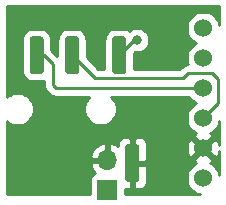
<source format=gbr>
G04 #@! TF.GenerationSoftware,KiCad,Pcbnew,(5.1.5)-3*
G04 #@! TF.CreationDate,2020-12-21T12:28:59+01:00*
G04 #@! TF.ProjectId,epimetheus_bme680,6570696d-6574-4686-9575-735f626d6536,rev?*
G04 #@! TF.SameCoordinates,Original*
G04 #@! TF.FileFunction,Copper,L1,Top*
G04 #@! TF.FilePolarity,Positive*
%FSLAX46Y46*%
G04 Gerber Fmt 4.6, Leading zero omitted, Abs format (unit mm)*
G04 Created by KiCad (PCBNEW (5.1.5)-3) date 2020-12-21 12:28:59*
%MOMM*%
%LPD*%
G04 APERTURE LIST*
%ADD10C,1.524000*%
%ADD11O,1.700000X1.700000*%
%ADD12R,1.700000X1.700000*%
%ADD13C,0.100000*%
%ADD14C,0.800000*%
%ADD15C,0.250000*%
%ADD16C,0.254000*%
G04 APERTURE END LIST*
D10*
X179070000Y-24130000D03*
X179070000Y-26670000D03*
X179070000Y-29210000D03*
X179070000Y-31750000D03*
X179070000Y-34290000D03*
X179070000Y-36830000D03*
D11*
X170942000Y-35306000D03*
D12*
X170942000Y-37846000D03*
G04 #@! TA.AperFunction,SMDPad,CuDef*
D13*
G36*
X165302405Y-24817445D02*
G01*
X165331527Y-24821764D01*
X165360085Y-24828918D01*
X165387805Y-24838836D01*
X165414419Y-24851424D01*
X165439671Y-24866559D01*
X165463318Y-24884097D01*
X165485132Y-24903868D01*
X165504903Y-24925682D01*
X165522441Y-24949329D01*
X165537576Y-24974581D01*
X165550164Y-25001195D01*
X165560082Y-25028915D01*
X165567236Y-25057473D01*
X165571555Y-25086595D01*
X165573000Y-25116000D01*
X165573000Y-27716000D01*
X165571555Y-27745405D01*
X165567236Y-27774527D01*
X165560082Y-27803085D01*
X165550164Y-27830805D01*
X165537576Y-27857419D01*
X165522441Y-27882671D01*
X165504903Y-27906318D01*
X165485132Y-27928132D01*
X165463318Y-27947903D01*
X165439671Y-27965441D01*
X165414419Y-27980576D01*
X165387805Y-27993164D01*
X165360085Y-28003082D01*
X165331527Y-28010236D01*
X165302405Y-28014555D01*
X165273000Y-28016000D01*
X164673000Y-28016000D01*
X164643595Y-28014555D01*
X164614473Y-28010236D01*
X164585915Y-28003082D01*
X164558195Y-27993164D01*
X164531581Y-27980576D01*
X164506329Y-27965441D01*
X164482682Y-27947903D01*
X164460868Y-27928132D01*
X164441097Y-27906318D01*
X164423559Y-27882671D01*
X164408424Y-27857419D01*
X164395836Y-27830805D01*
X164385918Y-27803085D01*
X164378764Y-27774527D01*
X164374445Y-27745405D01*
X164373000Y-27716000D01*
X164373000Y-25116000D01*
X164374445Y-25086595D01*
X164378764Y-25057473D01*
X164385918Y-25028915D01*
X164395836Y-25001195D01*
X164408424Y-24974581D01*
X164423559Y-24949329D01*
X164441097Y-24925682D01*
X164460868Y-24903868D01*
X164482682Y-24884097D01*
X164506329Y-24866559D01*
X164531581Y-24851424D01*
X164558195Y-24838836D01*
X164585915Y-24828918D01*
X164614473Y-24821764D01*
X164643595Y-24817445D01*
X164673000Y-24816000D01*
X165273000Y-24816000D01*
X165302405Y-24817445D01*
G37*
G04 #@! TD.AperFunction*
G04 #@! TA.AperFunction,SMDPad,CuDef*
G36*
X168302405Y-24817445D02*
G01*
X168331527Y-24821764D01*
X168360085Y-24828918D01*
X168387805Y-24838836D01*
X168414419Y-24851424D01*
X168439671Y-24866559D01*
X168463318Y-24884097D01*
X168485132Y-24903868D01*
X168504903Y-24925682D01*
X168522441Y-24949329D01*
X168537576Y-24974581D01*
X168550164Y-25001195D01*
X168560082Y-25028915D01*
X168567236Y-25057473D01*
X168571555Y-25086595D01*
X168573000Y-25116000D01*
X168573000Y-27716000D01*
X168571555Y-27745405D01*
X168567236Y-27774527D01*
X168560082Y-27803085D01*
X168550164Y-27830805D01*
X168537576Y-27857419D01*
X168522441Y-27882671D01*
X168504903Y-27906318D01*
X168485132Y-27928132D01*
X168463318Y-27947903D01*
X168439671Y-27965441D01*
X168414419Y-27980576D01*
X168387805Y-27993164D01*
X168360085Y-28003082D01*
X168331527Y-28010236D01*
X168302405Y-28014555D01*
X168273000Y-28016000D01*
X167673000Y-28016000D01*
X167643595Y-28014555D01*
X167614473Y-28010236D01*
X167585915Y-28003082D01*
X167558195Y-27993164D01*
X167531581Y-27980576D01*
X167506329Y-27965441D01*
X167482682Y-27947903D01*
X167460868Y-27928132D01*
X167441097Y-27906318D01*
X167423559Y-27882671D01*
X167408424Y-27857419D01*
X167395836Y-27830805D01*
X167385918Y-27803085D01*
X167378764Y-27774527D01*
X167374445Y-27745405D01*
X167373000Y-27716000D01*
X167373000Y-25116000D01*
X167374445Y-25086595D01*
X167378764Y-25057473D01*
X167385918Y-25028915D01*
X167395836Y-25001195D01*
X167408424Y-24974581D01*
X167423559Y-24949329D01*
X167441097Y-24925682D01*
X167460868Y-24903868D01*
X167482682Y-24884097D01*
X167506329Y-24866559D01*
X167531581Y-24851424D01*
X167558195Y-24838836D01*
X167585915Y-24828918D01*
X167614473Y-24821764D01*
X167643595Y-24817445D01*
X167673000Y-24816000D01*
X168273000Y-24816000D01*
X168302405Y-24817445D01*
G37*
G04 #@! TD.AperFunction*
G04 #@! TA.AperFunction,SMDPad,CuDef*
G36*
X172287405Y-24817445D02*
G01*
X172316527Y-24821764D01*
X172345085Y-24828918D01*
X172372805Y-24838836D01*
X172399419Y-24851424D01*
X172424671Y-24866559D01*
X172448318Y-24884097D01*
X172470132Y-24903868D01*
X172489903Y-24925682D01*
X172507441Y-24949329D01*
X172522576Y-24974581D01*
X172535164Y-25001195D01*
X172545082Y-25028915D01*
X172552236Y-25057473D01*
X172556555Y-25086595D01*
X172558000Y-25116000D01*
X172558000Y-27716000D01*
X172556555Y-27745405D01*
X172552236Y-27774527D01*
X172545082Y-27803085D01*
X172535164Y-27830805D01*
X172522576Y-27857419D01*
X172507441Y-27882671D01*
X172489903Y-27906318D01*
X172470132Y-27928132D01*
X172448318Y-27947903D01*
X172424671Y-27965441D01*
X172399419Y-27980576D01*
X172372805Y-27993164D01*
X172345085Y-28003082D01*
X172316527Y-28010236D01*
X172287405Y-28014555D01*
X172258000Y-28016000D01*
X171658000Y-28016000D01*
X171628595Y-28014555D01*
X171599473Y-28010236D01*
X171570915Y-28003082D01*
X171543195Y-27993164D01*
X171516581Y-27980576D01*
X171491329Y-27965441D01*
X171467682Y-27947903D01*
X171445868Y-27928132D01*
X171426097Y-27906318D01*
X171408559Y-27882671D01*
X171393424Y-27857419D01*
X171380836Y-27830805D01*
X171370918Y-27803085D01*
X171363764Y-27774527D01*
X171359445Y-27745405D01*
X171358000Y-27716000D01*
X171358000Y-25116000D01*
X171359445Y-25086595D01*
X171363764Y-25057473D01*
X171370918Y-25028915D01*
X171380836Y-25001195D01*
X171393424Y-24974581D01*
X171408559Y-24949329D01*
X171426097Y-24925682D01*
X171445868Y-24903868D01*
X171467682Y-24884097D01*
X171491329Y-24866559D01*
X171516581Y-24851424D01*
X171543195Y-24838836D01*
X171570915Y-24828918D01*
X171599473Y-24821764D01*
X171628595Y-24817445D01*
X171658000Y-24816000D01*
X172258000Y-24816000D01*
X172287405Y-24817445D01*
G37*
G04 #@! TD.AperFunction*
G04 #@! TA.AperFunction,SMDPad,CuDef*
G36*
X173402405Y-33961445D02*
G01*
X173431527Y-33965764D01*
X173460085Y-33972918D01*
X173487805Y-33982836D01*
X173514419Y-33995424D01*
X173539671Y-34010559D01*
X173563318Y-34028097D01*
X173585132Y-34047868D01*
X173604903Y-34069682D01*
X173622441Y-34093329D01*
X173637576Y-34118581D01*
X173650164Y-34145195D01*
X173660082Y-34172915D01*
X173667236Y-34201473D01*
X173671555Y-34230595D01*
X173673000Y-34260000D01*
X173673000Y-36860000D01*
X173671555Y-36889405D01*
X173667236Y-36918527D01*
X173660082Y-36947085D01*
X173650164Y-36974805D01*
X173637576Y-37001419D01*
X173622441Y-37026671D01*
X173604903Y-37050318D01*
X173585132Y-37072132D01*
X173563318Y-37091903D01*
X173539671Y-37109441D01*
X173514419Y-37124576D01*
X173487805Y-37137164D01*
X173460085Y-37147082D01*
X173431527Y-37154236D01*
X173402405Y-37158555D01*
X173373000Y-37160000D01*
X172773000Y-37160000D01*
X172743595Y-37158555D01*
X172714473Y-37154236D01*
X172685915Y-37147082D01*
X172658195Y-37137164D01*
X172631581Y-37124576D01*
X172606329Y-37109441D01*
X172582682Y-37091903D01*
X172560868Y-37072132D01*
X172541097Y-37050318D01*
X172523559Y-37026671D01*
X172508424Y-37001419D01*
X172495836Y-36974805D01*
X172485918Y-36947085D01*
X172478764Y-36918527D01*
X172474445Y-36889405D01*
X172473000Y-36860000D01*
X172473000Y-34260000D01*
X172474445Y-34230595D01*
X172478764Y-34201473D01*
X172485918Y-34172915D01*
X172495836Y-34145195D01*
X172508424Y-34118581D01*
X172523559Y-34093329D01*
X172541097Y-34069682D01*
X172560868Y-34047868D01*
X172582682Y-34028097D01*
X172606329Y-34010559D01*
X172631581Y-33995424D01*
X172658195Y-33982836D01*
X172685915Y-33972918D01*
X172714473Y-33965764D01*
X172743595Y-33961445D01*
X172773000Y-33960000D01*
X173373000Y-33960000D01*
X173402405Y-33961445D01*
G37*
G04 #@! TD.AperFunction*
D14*
X173482000Y-25146000D03*
D15*
X166370000Y-28956000D02*
X166624000Y-29210000D01*
X164973000Y-26416000D02*
X165573000Y-26416000D01*
X166624000Y-29210000D02*
X179070000Y-29210000D01*
X166370000Y-27213000D02*
X166370000Y-28956000D01*
X165573000Y-26416000D02*
X166370000Y-27213000D01*
X180340000Y-30480000D02*
X179070000Y-31750000D01*
X180340000Y-28448000D02*
X180340000Y-30480000D01*
X169898010Y-28341010D02*
X177398990Y-28341010D01*
X167973000Y-26416000D02*
X169898010Y-28341010D01*
X177398990Y-28341010D02*
X177800000Y-27940000D01*
X177800000Y-27940000D02*
X179832000Y-27940000D01*
X179832000Y-27940000D02*
X180340000Y-28448000D01*
X173228000Y-25146000D02*
X171958000Y-26416000D01*
X173482000Y-25146000D02*
X173228000Y-25146000D01*
D16*
G36*
X180442001Y-23866729D02*
G01*
X180413314Y-23722510D01*
X180308005Y-23468273D01*
X180155120Y-23239465D01*
X179960535Y-23044880D01*
X179731727Y-22891995D01*
X179477490Y-22786686D01*
X179207592Y-22733000D01*
X178932408Y-22733000D01*
X178662510Y-22786686D01*
X178408273Y-22891995D01*
X178179465Y-23044880D01*
X177984880Y-23239465D01*
X177831995Y-23468273D01*
X177726686Y-23722510D01*
X177673000Y-23992408D01*
X177673000Y-24267592D01*
X177726686Y-24537490D01*
X177831995Y-24791727D01*
X177984880Y-25020535D01*
X178179465Y-25215120D01*
X178408273Y-25368005D01*
X178485515Y-25400000D01*
X178408273Y-25431995D01*
X178179465Y-25584880D01*
X177984880Y-25779465D01*
X177831995Y-26008273D01*
X177726686Y-26262510D01*
X177673000Y-26532408D01*
X177673000Y-26807592D01*
X177726686Y-27077490D01*
X177768894Y-27179388D01*
X177762675Y-27180000D01*
X177762667Y-27180000D01*
X177651014Y-27190997D01*
X177507753Y-27234454D01*
X177375724Y-27305026D01*
X177259999Y-27399999D01*
X177236196Y-27429003D01*
X177084189Y-27581010D01*
X173196072Y-27581010D01*
X173196072Y-26252730D01*
X173286427Y-26162375D01*
X173380061Y-26181000D01*
X173583939Y-26181000D01*
X173783898Y-26141226D01*
X173972256Y-26063205D01*
X174141774Y-25949937D01*
X174285937Y-25805774D01*
X174399205Y-25636256D01*
X174477226Y-25447898D01*
X174517000Y-25247939D01*
X174517000Y-25044061D01*
X174477226Y-24844102D01*
X174399205Y-24655744D01*
X174285937Y-24486226D01*
X174141774Y-24342063D01*
X173972256Y-24228795D01*
X173783898Y-24150774D01*
X173583939Y-24111000D01*
X173380061Y-24111000D01*
X173180102Y-24150774D01*
X172991744Y-24228795D01*
X172822226Y-24342063D01*
X172806134Y-24358155D01*
X172779165Y-24336022D01*
X172616985Y-24249334D01*
X172441009Y-24195953D01*
X172258000Y-24177928D01*
X171658000Y-24177928D01*
X171474991Y-24195953D01*
X171299015Y-24249334D01*
X171136835Y-24336022D01*
X170994683Y-24452683D01*
X170878022Y-24594835D01*
X170791334Y-24757015D01*
X170737953Y-24932991D01*
X170719928Y-25116000D01*
X170719928Y-27581010D01*
X170212812Y-27581010D01*
X169211072Y-26579271D01*
X169211072Y-25116000D01*
X169193047Y-24932991D01*
X169139666Y-24757015D01*
X169052978Y-24594835D01*
X168936317Y-24452683D01*
X168794165Y-24336022D01*
X168631985Y-24249334D01*
X168456009Y-24195953D01*
X168273000Y-24177928D01*
X167673000Y-24177928D01*
X167489991Y-24195953D01*
X167314015Y-24249334D01*
X167151835Y-24336022D01*
X167009683Y-24452683D01*
X166893022Y-24594835D01*
X166806334Y-24757015D01*
X166752953Y-24932991D01*
X166734928Y-25116000D01*
X166734928Y-26503126D01*
X166211072Y-25979271D01*
X166211072Y-25116000D01*
X166193047Y-24932991D01*
X166139666Y-24757015D01*
X166052978Y-24594835D01*
X165936317Y-24452683D01*
X165794165Y-24336022D01*
X165631985Y-24249334D01*
X165456009Y-24195953D01*
X165273000Y-24177928D01*
X164673000Y-24177928D01*
X164489991Y-24195953D01*
X164314015Y-24249334D01*
X164151835Y-24336022D01*
X164009683Y-24452683D01*
X163893022Y-24594835D01*
X163806334Y-24757015D01*
X163752953Y-24932991D01*
X163734928Y-25116000D01*
X163734928Y-27716000D01*
X163752953Y-27899009D01*
X163806334Y-28074985D01*
X163893022Y-28237165D01*
X164009683Y-28379317D01*
X164151835Y-28495978D01*
X164314015Y-28582666D01*
X164489991Y-28636047D01*
X164673000Y-28654072D01*
X165273000Y-28654072D01*
X165456009Y-28636047D01*
X165610001Y-28589335D01*
X165610001Y-28918668D01*
X165606324Y-28956000D01*
X165610001Y-28993333D01*
X165620969Y-29104686D01*
X165620998Y-29104985D01*
X165664454Y-29248246D01*
X165735026Y-29380276D01*
X165806201Y-29467002D01*
X165830000Y-29496001D01*
X165858998Y-29519799D01*
X166060196Y-29720997D01*
X166083999Y-29750001D01*
X166199724Y-29844974D01*
X166331753Y-29915546D01*
X166475014Y-29959003D01*
X166586667Y-29970000D01*
X166586676Y-29970000D01*
X166623999Y-29973676D01*
X166661322Y-29970000D01*
X169432315Y-29970000D01*
X169297201Y-30105114D01*
X169145629Y-30331957D01*
X169041225Y-30584011D01*
X168988000Y-30851589D01*
X168988000Y-31124411D01*
X169041225Y-31391989D01*
X169145629Y-31644043D01*
X169297201Y-31870886D01*
X169490114Y-32063799D01*
X169716957Y-32215371D01*
X169969011Y-32319775D01*
X170236589Y-32373000D01*
X170509411Y-32373000D01*
X170776989Y-32319775D01*
X171029043Y-32215371D01*
X171255886Y-32063799D01*
X171448799Y-31870886D01*
X171600371Y-31644043D01*
X171704775Y-31391989D01*
X171758000Y-31124411D01*
X171758000Y-30851589D01*
X171704775Y-30584011D01*
X171600371Y-30331957D01*
X171448799Y-30105114D01*
X171313685Y-29970000D01*
X177897659Y-29970000D01*
X177984880Y-30100535D01*
X178179465Y-30295120D01*
X178408273Y-30448005D01*
X178485515Y-30480000D01*
X178408273Y-30511995D01*
X178179465Y-30664880D01*
X177984880Y-30859465D01*
X177831995Y-31088273D01*
X177726686Y-31342510D01*
X177673000Y-31612408D01*
X177673000Y-31887592D01*
X177726686Y-32157490D01*
X177831995Y-32411727D01*
X177984880Y-32640535D01*
X178179465Y-32835120D01*
X178408273Y-32988005D01*
X178479943Y-33017692D01*
X178466977Y-33022364D01*
X178351020Y-33084344D01*
X178284040Y-33324435D01*
X179070000Y-34110395D01*
X179855960Y-33324435D01*
X179788980Y-33084344D01*
X179653240Y-33020515D01*
X179731727Y-32988005D01*
X179960535Y-32835120D01*
X180155120Y-32640535D01*
X180308005Y-32411727D01*
X180413314Y-32157490D01*
X180442000Y-32013274D01*
X180442000Y-34019415D01*
X180430922Y-33945867D01*
X180337636Y-33686977D01*
X180275656Y-33571020D01*
X180035565Y-33504040D01*
X179249605Y-34290000D01*
X180035565Y-35075960D01*
X180275656Y-35008980D01*
X180392756Y-34759952D01*
X180442000Y-34561475D01*
X180442000Y-36566725D01*
X180413314Y-36422510D01*
X180308005Y-36168273D01*
X180155120Y-35939465D01*
X179960535Y-35744880D01*
X179731727Y-35591995D01*
X179660057Y-35562308D01*
X179673023Y-35557636D01*
X179788980Y-35495656D01*
X179855960Y-35255565D01*
X179070000Y-34469605D01*
X178284040Y-35255565D01*
X178351020Y-35495656D01*
X178486760Y-35559485D01*
X178408273Y-35591995D01*
X178179465Y-35744880D01*
X177984880Y-35939465D01*
X177831995Y-36168273D01*
X177726686Y-36422510D01*
X177673000Y-36692408D01*
X177673000Y-36967592D01*
X177726686Y-37237490D01*
X177831995Y-37491727D01*
X177984880Y-37720535D01*
X178179465Y-37915120D01*
X178408273Y-38068005D01*
X178662510Y-38173314D01*
X178806724Y-38202000D01*
X172430072Y-38202000D01*
X172430072Y-37793844D01*
X172473000Y-37798072D01*
X172787250Y-37795000D01*
X172946000Y-37636250D01*
X172946000Y-35687000D01*
X173200000Y-35687000D01*
X173200000Y-37636250D01*
X173358750Y-37795000D01*
X173673000Y-37798072D01*
X173797482Y-37785812D01*
X173917180Y-37749502D01*
X174027494Y-37690537D01*
X174124185Y-37611185D01*
X174203537Y-37514494D01*
X174262502Y-37404180D01*
X174298812Y-37284482D01*
X174311072Y-37160000D01*
X174308000Y-35845750D01*
X174149250Y-35687000D01*
X173200000Y-35687000D01*
X172946000Y-35687000D01*
X172926000Y-35687000D01*
X172926000Y-35433000D01*
X172946000Y-35433000D01*
X172946000Y-33483750D01*
X173200000Y-33483750D01*
X173200000Y-35433000D01*
X174149250Y-35433000D01*
X174308000Y-35274250D01*
X174310132Y-34362017D01*
X177668090Y-34362017D01*
X177709078Y-34634133D01*
X177802364Y-34893023D01*
X177864344Y-35008980D01*
X178104435Y-35075960D01*
X178890395Y-34290000D01*
X178104435Y-33504040D01*
X177864344Y-33571020D01*
X177747244Y-33820048D01*
X177680977Y-34087135D01*
X177668090Y-34362017D01*
X174310132Y-34362017D01*
X174311072Y-33960000D01*
X174298812Y-33835518D01*
X174262502Y-33715820D01*
X174203537Y-33605506D01*
X174124185Y-33508815D01*
X174027494Y-33429463D01*
X173917180Y-33370498D01*
X173797482Y-33334188D01*
X173673000Y-33321928D01*
X173358750Y-33325000D01*
X173200000Y-33483750D01*
X172946000Y-33483750D01*
X172787250Y-33325000D01*
X172473000Y-33321928D01*
X172348518Y-33334188D01*
X172228820Y-33370498D01*
X172118506Y-33429463D01*
X172021815Y-33508815D01*
X171942463Y-33605506D01*
X171883498Y-33715820D01*
X171847188Y-33835518D01*
X171834928Y-33960000D01*
X171835306Y-34121594D01*
X171823355Y-34110822D01*
X171573252Y-33961843D01*
X171298891Y-33864519D01*
X171069000Y-33985186D01*
X171069000Y-35179000D01*
X171089000Y-35179000D01*
X171089000Y-35433000D01*
X171069000Y-35433000D01*
X171069000Y-35453000D01*
X170815000Y-35453000D01*
X170815000Y-35433000D01*
X169621845Y-35433000D01*
X169500524Y-35662890D01*
X169545175Y-35810099D01*
X169670359Y-36072920D01*
X169844412Y-36306269D01*
X169928466Y-36382034D01*
X169847820Y-36406498D01*
X169737506Y-36465463D01*
X169640815Y-36544815D01*
X169561463Y-36641506D01*
X169502498Y-36751820D01*
X169466188Y-36871518D01*
X169453928Y-36996000D01*
X169453928Y-38202000D01*
X162458000Y-38202000D01*
X162458000Y-34949110D01*
X169500524Y-34949110D01*
X169621845Y-35179000D01*
X170815000Y-35179000D01*
X170815000Y-33985186D01*
X170585109Y-33864519D01*
X170310748Y-33961843D01*
X170060645Y-34110822D01*
X169844412Y-34305731D01*
X169670359Y-34539080D01*
X169545175Y-34801901D01*
X169500524Y-34949110D01*
X162458000Y-34949110D01*
X162458000Y-32031685D01*
X162490114Y-32063799D01*
X162716957Y-32215371D01*
X162969011Y-32319775D01*
X163236589Y-32373000D01*
X163509411Y-32373000D01*
X163776989Y-32319775D01*
X164029043Y-32215371D01*
X164255886Y-32063799D01*
X164448799Y-31870886D01*
X164600371Y-31644043D01*
X164704775Y-31391989D01*
X164758000Y-31124411D01*
X164758000Y-30851589D01*
X164704775Y-30584011D01*
X164600371Y-30331957D01*
X164448799Y-30105114D01*
X164255886Y-29912201D01*
X164029043Y-29760629D01*
X163776989Y-29656225D01*
X163509411Y-29603000D01*
X163236589Y-29603000D01*
X162969011Y-29656225D01*
X162716957Y-29760629D01*
X162490114Y-29912201D01*
X162458000Y-29944315D01*
X162458000Y-22250000D01*
X180442001Y-22250000D01*
X180442001Y-23866729D01*
G37*
X180442001Y-23866729D02*
X180413314Y-23722510D01*
X180308005Y-23468273D01*
X180155120Y-23239465D01*
X179960535Y-23044880D01*
X179731727Y-22891995D01*
X179477490Y-22786686D01*
X179207592Y-22733000D01*
X178932408Y-22733000D01*
X178662510Y-22786686D01*
X178408273Y-22891995D01*
X178179465Y-23044880D01*
X177984880Y-23239465D01*
X177831995Y-23468273D01*
X177726686Y-23722510D01*
X177673000Y-23992408D01*
X177673000Y-24267592D01*
X177726686Y-24537490D01*
X177831995Y-24791727D01*
X177984880Y-25020535D01*
X178179465Y-25215120D01*
X178408273Y-25368005D01*
X178485515Y-25400000D01*
X178408273Y-25431995D01*
X178179465Y-25584880D01*
X177984880Y-25779465D01*
X177831995Y-26008273D01*
X177726686Y-26262510D01*
X177673000Y-26532408D01*
X177673000Y-26807592D01*
X177726686Y-27077490D01*
X177768894Y-27179388D01*
X177762675Y-27180000D01*
X177762667Y-27180000D01*
X177651014Y-27190997D01*
X177507753Y-27234454D01*
X177375724Y-27305026D01*
X177259999Y-27399999D01*
X177236196Y-27429003D01*
X177084189Y-27581010D01*
X173196072Y-27581010D01*
X173196072Y-26252730D01*
X173286427Y-26162375D01*
X173380061Y-26181000D01*
X173583939Y-26181000D01*
X173783898Y-26141226D01*
X173972256Y-26063205D01*
X174141774Y-25949937D01*
X174285937Y-25805774D01*
X174399205Y-25636256D01*
X174477226Y-25447898D01*
X174517000Y-25247939D01*
X174517000Y-25044061D01*
X174477226Y-24844102D01*
X174399205Y-24655744D01*
X174285937Y-24486226D01*
X174141774Y-24342063D01*
X173972256Y-24228795D01*
X173783898Y-24150774D01*
X173583939Y-24111000D01*
X173380061Y-24111000D01*
X173180102Y-24150774D01*
X172991744Y-24228795D01*
X172822226Y-24342063D01*
X172806134Y-24358155D01*
X172779165Y-24336022D01*
X172616985Y-24249334D01*
X172441009Y-24195953D01*
X172258000Y-24177928D01*
X171658000Y-24177928D01*
X171474991Y-24195953D01*
X171299015Y-24249334D01*
X171136835Y-24336022D01*
X170994683Y-24452683D01*
X170878022Y-24594835D01*
X170791334Y-24757015D01*
X170737953Y-24932991D01*
X170719928Y-25116000D01*
X170719928Y-27581010D01*
X170212812Y-27581010D01*
X169211072Y-26579271D01*
X169211072Y-25116000D01*
X169193047Y-24932991D01*
X169139666Y-24757015D01*
X169052978Y-24594835D01*
X168936317Y-24452683D01*
X168794165Y-24336022D01*
X168631985Y-24249334D01*
X168456009Y-24195953D01*
X168273000Y-24177928D01*
X167673000Y-24177928D01*
X167489991Y-24195953D01*
X167314015Y-24249334D01*
X167151835Y-24336022D01*
X167009683Y-24452683D01*
X166893022Y-24594835D01*
X166806334Y-24757015D01*
X166752953Y-24932991D01*
X166734928Y-25116000D01*
X166734928Y-26503126D01*
X166211072Y-25979271D01*
X166211072Y-25116000D01*
X166193047Y-24932991D01*
X166139666Y-24757015D01*
X166052978Y-24594835D01*
X165936317Y-24452683D01*
X165794165Y-24336022D01*
X165631985Y-24249334D01*
X165456009Y-24195953D01*
X165273000Y-24177928D01*
X164673000Y-24177928D01*
X164489991Y-24195953D01*
X164314015Y-24249334D01*
X164151835Y-24336022D01*
X164009683Y-24452683D01*
X163893022Y-24594835D01*
X163806334Y-24757015D01*
X163752953Y-24932991D01*
X163734928Y-25116000D01*
X163734928Y-27716000D01*
X163752953Y-27899009D01*
X163806334Y-28074985D01*
X163893022Y-28237165D01*
X164009683Y-28379317D01*
X164151835Y-28495978D01*
X164314015Y-28582666D01*
X164489991Y-28636047D01*
X164673000Y-28654072D01*
X165273000Y-28654072D01*
X165456009Y-28636047D01*
X165610001Y-28589335D01*
X165610001Y-28918668D01*
X165606324Y-28956000D01*
X165610001Y-28993333D01*
X165620969Y-29104686D01*
X165620998Y-29104985D01*
X165664454Y-29248246D01*
X165735026Y-29380276D01*
X165806201Y-29467002D01*
X165830000Y-29496001D01*
X165858998Y-29519799D01*
X166060196Y-29720997D01*
X166083999Y-29750001D01*
X166199724Y-29844974D01*
X166331753Y-29915546D01*
X166475014Y-29959003D01*
X166586667Y-29970000D01*
X166586676Y-29970000D01*
X166623999Y-29973676D01*
X166661322Y-29970000D01*
X169432315Y-29970000D01*
X169297201Y-30105114D01*
X169145629Y-30331957D01*
X169041225Y-30584011D01*
X168988000Y-30851589D01*
X168988000Y-31124411D01*
X169041225Y-31391989D01*
X169145629Y-31644043D01*
X169297201Y-31870886D01*
X169490114Y-32063799D01*
X169716957Y-32215371D01*
X169969011Y-32319775D01*
X170236589Y-32373000D01*
X170509411Y-32373000D01*
X170776989Y-32319775D01*
X171029043Y-32215371D01*
X171255886Y-32063799D01*
X171448799Y-31870886D01*
X171600371Y-31644043D01*
X171704775Y-31391989D01*
X171758000Y-31124411D01*
X171758000Y-30851589D01*
X171704775Y-30584011D01*
X171600371Y-30331957D01*
X171448799Y-30105114D01*
X171313685Y-29970000D01*
X177897659Y-29970000D01*
X177984880Y-30100535D01*
X178179465Y-30295120D01*
X178408273Y-30448005D01*
X178485515Y-30480000D01*
X178408273Y-30511995D01*
X178179465Y-30664880D01*
X177984880Y-30859465D01*
X177831995Y-31088273D01*
X177726686Y-31342510D01*
X177673000Y-31612408D01*
X177673000Y-31887592D01*
X177726686Y-32157490D01*
X177831995Y-32411727D01*
X177984880Y-32640535D01*
X178179465Y-32835120D01*
X178408273Y-32988005D01*
X178479943Y-33017692D01*
X178466977Y-33022364D01*
X178351020Y-33084344D01*
X178284040Y-33324435D01*
X179070000Y-34110395D01*
X179855960Y-33324435D01*
X179788980Y-33084344D01*
X179653240Y-33020515D01*
X179731727Y-32988005D01*
X179960535Y-32835120D01*
X180155120Y-32640535D01*
X180308005Y-32411727D01*
X180413314Y-32157490D01*
X180442000Y-32013274D01*
X180442000Y-34019415D01*
X180430922Y-33945867D01*
X180337636Y-33686977D01*
X180275656Y-33571020D01*
X180035565Y-33504040D01*
X179249605Y-34290000D01*
X180035565Y-35075960D01*
X180275656Y-35008980D01*
X180392756Y-34759952D01*
X180442000Y-34561475D01*
X180442000Y-36566725D01*
X180413314Y-36422510D01*
X180308005Y-36168273D01*
X180155120Y-35939465D01*
X179960535Y-35744880D01*
X179731727Y-35591995D01*
X179660057Y-35562308D01*
X179673023Y-35557636D01*
X179788980Y-35495656D01*
X179855960Y-35255565D01*
X179070000Y-34469605D01*
X178284040Y-35255565D01*
X178351020Y-35495656D01*
X178486760Y-35559485D01*
X178408273Y-35591995D01*
X178179465Y-35744880D01*
X177984880Y-35939465D01*
X177831995Y-36168273D01*
X177726686Y-36422510D01*
X177673000Y-36692408D01*
X177673000Y-36967592D01*
X177726686Y-37237490D01*
X177831995Y-37491727D01*
X177984880Y-37720535D01*
X178179465Y-37915120D01*
X178408273Y-38068005D01*
X178662510Y-38173314D01*
X178806724Y-38202000D01*
X172430072Y-38202000D01*
X172430072Y-37793844D01*
X172473000Y-37798072D01*
X172787250Y-37795000D01*
X172946000Y-37636250D01*
X172946000Y-35687000D01*
X173200000Y-35687000D01*
X173200000Y-37636250D01*
X173358750Y-37795000D01*
X173673000Y-37798072D01*
X173797482Y-37785812D01*
X173917180Y-37749502D01*
X174027494Y-37690537D01*
X174124185Y-37611185D01*
X174203537Y-37514494D01*
X174262502Y-37404180D01*
X174298812Y-37284482D01*
X174311072Y-37160000D01*
X174308000Y-35845750D01*
X174149250Y-35687000D01*
X173200000Y-35687000D01*
X172946000Y-35687000D01*
X172926000Y-35687000D01*
X172926000Y-35433000D01*
X172946000Y-35433000D01*
X172946000Y-33483750D01*
X173200000Y-33483750D01*
X173200000Y-35433000D01*
X174149250Y-35433000D01*
X174308000Y-35274250D01*
X174310132Y-34362017D01*
X177668090Y-34362017D01*
X177709078Y-34634133D01*
X177802364Y-34893023D01*
X177864344Y-35008980D01*
X178104435Y-35075960D01*
X178890395Y-34290000D01*
X178104435Y-33504040D01*
X177864344Y-33571020D01*
X177747244Y-33820048D01*
X177680977Y-34087135D01*
X177668090Y-34362017D01*
X174310132Y-34362017D01*
X174311072Y-33960000D01*
X174298812Y-33835518D01*
X174262502Y-33715820D01*
X174203537Y-33605506D01*
X174124185Y-33508815D01*
X174027494Y-33429463D01*
X173917180Y-33370498D01*
X173797482Y-33334188D01*
X173673000Y-33321928D01*
X173358750Y-33325000D01*
X173200000Y-33483750D01*
X172946000Y-33483750D01*
X172787250Y-33325000D01*
X172473000Y-33321928D01*
X172348518Y-33334188D01*
X172228820Y-33370498D01*
X172118506Y-33429463D01*
X172021815Y-33508815D01*
X171942463Y-33605506D01*
X171883498Y-33715820D01*
X171847188Y-33835518D01*
X171834928Y-33960000D01*
X171835306Y-34121594D01*
X171823355Y-34110822D01*
X171573252Y-33961843D01*
X171298891Y-33864519D01*
X171069000Y-33985186D01*
X171069000Y-35179000D01*
X171089000Y-35179000D01*
X171089000Y-35433000D01*
X171069000Y-35433000D01*
X171069000Y-35453000D01*
X170815000Y-35453000D01*
X170815000Y-35433000D01*
X169621845Y-35433000D01*
X169500524Y-35662890D01*
X169545175Y-35810099D01*
X169670359Y-36072920D01*
X169844412Y-36306269D01*
X169928466Y-36382034D01*
X169847820Y-36406498D01*
X169737506Y-36465463D01*
X169640815Y-36544815D01*
X169561463Y-36641506D01*
X169502498Y-36751820D01*
X169466188Y-36871518D01*
X169453928Y-36996000D01*
X169453928Y-38202000D01*
X162458000Y-38202000D01*
X162458000Y-34949110D01*
X169500524Y-34949110D01*
X169621845Y-35179000D01*
X170815000Y-35179000D01*
X170815000Y-33985186D01*
X170585109Y-33864519D01*
X170310748Y-33961843D01*
X170060645Y-34110822D01*
X169844412Y-34305731D01*
X169670359Y-34539080D01*
X169545175Y-34801901D01*
X169500524Y-34949110D01*
X162458000Y-34949110D01*
X162458000Y-32031685D01*
X162490114Y-32063799D01*
X162716957Y-32215371D01*
X162969011Y-32319775D01*
X163236589Y-32373000D01*
X163509411Y-32373000D01*
X163776989Y-32319775D01*
X164029043Y-32215371D01*
X164255886Y-32063799D01*
X164448799Y-31870886D01*
X164600371Y-31644043D01*
X164704775Y-31391989D01*
X164758000Y-31124411D01*
X164758000Y-30851589D01*
X164704775Y-30584011D01*
X164600371Y-30331957D01*
X164448799Y-30105114D01*
X164255886Y-29912201D01*
X164029043Y-29760629D01*
X163776989Y-29656225D01*
X163509411Y-29603000D01*
X163236589Y-29603000D01*
X162969011Y-29656225D01*
X162716957Y-29760629D01*
X162490114Y-29912201D01*
X162458000Y-29944315D01*
X162458000Y-22250000D01*
X180442001Y-22250000D01*
X180442001Y-23866729D01*
M02*

</source>
